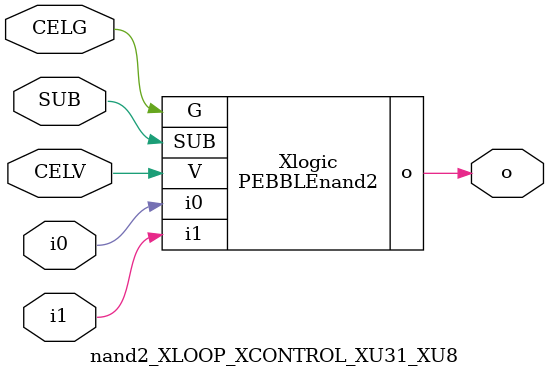
<source format=v>



module PEBBLEnand2 ( o, G, SUB, V, i0, i1 );

  input i0;
  input V;
  input i1;
  input G;
  output o;
  input SUB;
endmodule

//Celera Confidential Do Not Copy nand2_XLOOP_XCONTROL_XU31_XU8
//Celera Confidential Symbol Generator
//5V NAND2
module nand2_XLOOP_XCONTROL_XU31_XU8 (CELV,CELG,i0,i1,o,SUB);
input CELV;
input CELG;
input i0;
input i1;
input SUB;
output o;

//Celera Confidential Do Not Copy nand2
PEBBLEnand2 Xlogic(
.V (CELV),
.i0 (i0),
.i1 (i1),
.o (o),
.SUB (SUB),
.G (CELG)
);
//,diesize,PEBBLEnand2

//Celera Confidential Do Not Copy Module End
//Celera Schematic Generator
endmodule

</source>
